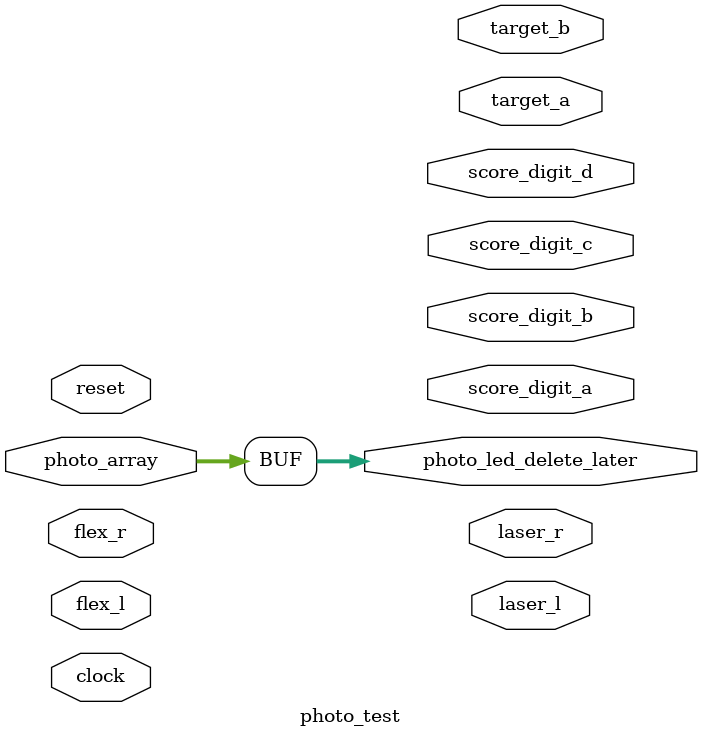
<source format=v>
module photo_test (clock, reset, photo_array, flex_r, flex_l, laser_r, laser_l, target_a, target_b, 
								score_digit_a, score_digit_b, score_digit_c, score_digit_d, photo_led_delete_later);
								
	input clock, reset, flex_l, flex_r;
	input [9:0] photo_array; // todo
	
	output laser_r, laser_l;
	output [3:0] target_a, target_b; // todo
	output [6:0] score_digit_a, score_digit_b, score_digit_c, score_digit_d;
	
	output [9:0] photo_led_delete_later;
	
	assign photo_led_delete_later = photo_array;
	
endmodule
</source>
